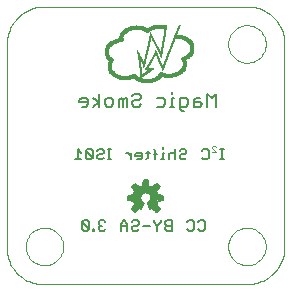
<source format=gbo>
G75*
G70*
%OFA0B0*%
%FSLAX24Y24*%
%IPPOS*%
%LPD*%
%AMOC8*
5,1,8,0,0,1.08239X$1,22.5*
%
%ADD10C,0.0000*%
%ADD11C,0.0080*%
%ADD12C,0.0060*%
%ADD13R,0.0110X0.0005*%
%ADD14R,0.0210X0.0005*%
%ADD15R,0.0280X0.0005*%
%ADD16R,0.0325X0.0005*%
%ADD17R,0.0365X0.0005*%
%ADD18R,0.0410X0.0005*%
%ADD19R,0.0440X0.0005*%
%ADD20R,0.0470X0.0005*%
%ADD21R,0.0505X0.0005*%
%ADD22R,0.0530X0.0005*%
%ADD23R,0.0555X0.0005*%
%ADD24R,0.0580X0.0005*%
%ADD25R,0.0600X0.0005*%
%ADD26R,0.0625X0.0005*%
%ADD27R,0.0645X0.0005*%
%ADD28R,0.0665X0.0005*%
%ADD29R,0.0685X0.0005*%
%ADD30R,0.0705X0.0005*%
%ADD31R,0.0715X0.0005*%
%ADD32R,0.0735X0.0005*%
%ADD33R,0.0755X0.0005*%
%ADD34R,0.0090X0.0005*%
%ADD35R,0.0770X0.0005*%
%ADD36R,0.0190X0.0005*%
%ADD37R,0.0355X0.0005*%
%ADD38R,0.0360X0.0005*%
%ADD39R,0.0260X0.0005*%
%ADD40R,0.0315X0.0005*%
%ADD41R,0.0320X0.0005*%
%ADD42R,0.0295X0.0005*%
%ADD43R,0.0275X0.0005*%
%ADD44R,0.0400X0.0005*%
%ADD45R,0.0265X0.0005*%
%ADD46R,0.0435X0.0005*%
%ADD47R,0.0255X0.0005*%
%ADD48R,0.0465X0.0005*%
%ADD49R,0.0245X0.0005*%
%ADD50R,0.0495X0.0005*%
%ADD51R,0.0235X0.0005*%
%ADD52R,0.0525X0.0005*%
%ADD53R,0.0230X0.0005*%
%ADD54R,0.0240X0.0005*%
%ADD55R,0.0545X0.0005*%
%ADD56R,0.0820X0.0005*%
%ADD57R,0.0220X0.0005*%
%ADD58R,0.0025X0.0005*%
%ADD59R,0.0795X0.0005*%
%ADD60R,0.0215X0.0005*%
%ADD61R,0.0035X0.0005*%
%ADD62R,0.0040X0.0005*%
%ADD63R,0.0800X0.0005*%
%ADD64R,0.0205X0.0005*%
%ADD65R,0.0050X0.0005*%
%ADD66R,0.0805X0.0005*%
%ADD67R,0.0165X0.0005*%
%ADD68R,0.0055X0.0005*%
%ADD69R,0.0200X0.0005*%
%ADD70R,0.0060X0.0005*%
%ADD71R,0.0300X0.0005*%
%ADD72R,0.0195X0.0005*%
%ADD73R,0.0065X0.0005*%
%ADD74R,0.0345X0.0005*%
%ADD75R,0.0070X0.0005*%
%ADD76R,0.0385X0.0005*%
%ADD77R,0.0080X0.0005*%
%ADD78R,0.0425X0.0005*%
%ADD79R,0.0185X0.0005*%
%ADD80R,0.0085X0.0005*%
%ADD81R,0.0635X0.0005*%
%ADD82R,0.0810X0.0005*%
%ADD83R,0.0095X0.0005*%
%ADD84R,0.0335X0.0005*%
%ADD85R,0.0655X0.0005*%
%ADD86R,0.0105X0.0005*%
%ADD87R,0.0290X0.0005*%
%ADD88R,0.0660X0.0005*%
%ADD89R,0.0115X0.0005*%
%ADD90R,0.0285X0.0005*%
%ADD91R,0.0120X0.0005*%
%ADD92R,0.0270X0.0005*%
%ADD93R,0.0675X0.0005*%
%ADD94R,0.0130X0.0005*%
%ADD95R,0.0680X0.0005*%
%ADD96R,0.0135X0.0005*%
%ADD97R,0.0250X0.0005*%
%ADD98R,0.0140X0.0005*%
%ADD99R,0.0180X0.0005*%
%ADD100R,0.0695X0.0005*%
%ADD101R,0.0150X0.0005*%
%ADD102R,0.0160X0.0005*%
%ADD103R,0.0155X0.0005*%
%ADD104R,0.0145X0.0005*%
%ADD105R,0.0700X0.0005*%
%ADD106R,0.0225X0.0005*%
%ADD107R,0.0170X0.0005*%
%ADD108R,0.0100X0.0005*%
%ADD109R,0.0075X0.0005*%
%ADD110R,0.0720X0.0005*%
%ADD111R,0.0725X0.0005*%
%ADD112R,0.0340X0.0005*%
%ADD113R,0.0305X0.0005*%
%ADD114R,0.0175X0.0005*%
%ADD115R,0.0005X0.0005*%
%ADD116R,0.0010X0.0005*%
%ADD117R,0.0015X0.0005*%
%ADD118R,0.0020X0.0005*%
%ADD119R,0.0030X0.0005*%
%ADD120R,0.0125X0.0005*%
%ADD121R,0.0045X0.0005*%
%ADD122R,0.0370X0.0005*%
%ADD123R,0.0375X0.0005*%
%ADD124R,0.0350X0.0005*%
%ADD125R,0.0330X0.0005*%
%ADD126R,0.0485X0.0005*%
%ADD127R,0.0480X0.0005*%
%ADD128R,0.0460X0.0005*%
%ADD129R,0.0445X0.0005*%
%ADD130R,0.0310X0.0005*%
%ADD131R,0.0380X0.0005*%
%ADD132R,0.0415X0.0005*%
%ADD133R,0.0450X0.0005*%
%ADD134R,0.0490X0.0005*%
%ADD135R,0.0965X0.0005*%
%ADD136R,0.0975X0.0005*%
%ADD137R,0.0980X0.0005*%
%ADD138R,0.0990X0.0005*%
%ADD139R,0.1005X0.0005*%
%ADD140R,0.0615X0.0005*%
%ADD141R,0.0640X0.0005*%
%ADD142R,0.0605X0.0005*%
%ADD143R,0.0620X0.0005*%
%ADD144R,0.0590X0.0005*%
%ADD145R,0.0570X0.0005*%
%ADD146R,0.0540X0.0005*%
%ADD147R,0.0515X0.0005*%
%ADD148R,0.0565X0.0005*%
%ADD149R,0.0535X0.0005*%
%ADD150R,0.0395X0.0005*%
%ADD151R,0.0520X0.0005*%
%ADD152R,0.0500X0.0005*%
%ADD153R,0.0430X0.0005*%
%ADD154C,0.0040*%
%ADD155C,0.0059*%
D10*
X000411Y001660D02*
X000409Y001594D01*
X000411Y001528D01*
X000417Y001462D01*
X000426Y001396D01*
X000439Y001331D01*
X000456Y001266D01*
X000476Y001203D01*
X000500Y001141D01*
X000527Y001081D01*
X000558Y001022D01*
X000592Y000964D01*
X000629Y000909D01*
X000669Y000856D01*
X000712Y000806D01*
X000757Y000757D01*
X000806Y000712D01*
X000856Y000669D01*
X000909Y000629D01*
X000964Y000592D01*
X001022Y000558D01*
X001081Y000527D01*
X001141Y000500D01*
X001203Y000476D01*
X001266Y000456D01*
X001331Y000439D01*
X001396Y000426D01*
X001462Y000417D01*
X001528Y000411D01*
X001594Y000409D01*
X001660Y000411D01*
X001660Y000410D02*
X008410Y000410D01*
X008478Y000412D01*
X008545Y000417D01*
X008612Y000426D01*
X008679Y000439D01*
X008744Y000456D01*
X008809Y000475D01*
X008873Y000499D01*
X008935Y000526D01*
X008996Y000556D01*
X009054Y000589D01*
X009111Y000625D01*
X009166Y000665D01*
X009219Y000707D01*
X009270Y000753D01*
X009317Y000800D01*
X009363Y000851D01*
X009405Y000904D01*
X009445Y000959D01*
X009481Y001016D01*
X009514Y001074D01*
X009544Y001135D01*
X009571Y001197D01*
X009595Y001261D01*
X009614Y001326D01*
X009631Y001391D01*
X009644Y001458D01*
X009653Y001525D01*
X009658Y001592D01*
X009660Y001660D01*
X009660Y008410D01*
X009658Y008478D01*
X009653Y008545D01*
X009644Y008612D01*
X009631Y008679D01*
X009614Y008744D01*
X009595Y008809D01*
X009571Y008873D01*
X009544Y008935D01*
X009514Y008996D01*
X009481Y009054D01*
X009445Y009111D01*
X009405Y009166D01*
X009363Y009219D01*
X009317Y009270D01*
X009270Y009317D01*
X009219Y009363D01*
X009166Y009405D01*
X009111Y009445D01*
X009054Y009481D01*
X008996Y009514D01*
X008935Y009544D01*
X008873Y009571D01*
X008809Y009595D01*
X008744Y009614D01*
X008679Y009631D01*
X008612Y009644D01*
X008545Y009653D01*
X008478Y009658D01*
X008410Y009660D01*
X001660Y009660D01*
X001592Y009658D01*
X001525Y009653D01*
X001458Y009644D01*
X001391Y009631D01*
X001326Y009614D01*
X001261Y009595D01*
X001197Y009571D01*
X001135Y009544D01*
X001074Y009514D01*
X001016Y009481D01*
X000959Y009445D01*
X000904Y009405D01*
X000851Y009363D01*
X000800Y009317D01*
X000753Y009270D01*
X000707Y009219D01*
X000665Y009166D01*
X000625Y009111D01*
X000589Y009054D01*
X000556Y008996D01*
X000526Y008935D01*
X000499Y008873D01*
X000475Y008809D01*
X000456Y008744D01*
X000439Y008679D01*
X000426Y008612D01*
X000417Y008545D01*
X000412Y008478D01*
X000410Y008410D01*
X000410Y001660D01*
X001035Y001660D02*
X001037Y001710D01*
X001043Y001759D01*
X001053Y001808D01*
X001066Y001855D01*
X001084Y001902D01*
X001105Y001947D01*
X001129Y001990D01*
X001157Y002031D01*
X001188Y002070D01*
X001222Y002106D01*
X001259Y002140D01*
X001299Y002170D01*
X001340Y002197D01*
X001384Y002221D01*
X001429Y002241D01*
X001476Y002257D01*
X001524Y002270D01*
X001573Y002279D01*
X001623Y002284D01*
X001672Y002285D01*
X001722Y002282D01*
X001771Y002275D01*
X001820Y002264D01*
X001867Y002250D01*
X001913Y002231D01*
X001958Y002209D01*
X002001Y002184D01*
X002041Y002155D01*
X002079Y002123D01*
X002115Y002089D01*
X002148Y002051D01*
X002177Y002011D01*
X002203Y001969D01*
X002226Y001925D01*
X002245Y001879D01*
X002261Y001832D01*
X002273Y001783D01*
X002281Y001734D01*
X002285Y001685D01*
X002285Y001635D01*
X002281Y001586D01*
X002273Y001537D01*
X002261Y001488D01*
X002245Y001441D01*
X002226Y001395D01*
X002203Y001351D01*
X002177Y001309D01*
X002148Y001269D01*
X002115Y001231D01*
X002079Y001197D01*
X002041Y001165D01*
X002001Y001136D01*
X001958Y001111D01*
X001913Y001089D01*
X001867Y001070D01*
X001820Y001056D01*
X001771Y001045D01*
X001722Y001038D01*
X001672Y001035D01*
X001623Y001036D01*
X001573Y001041D01*
X001524Y001050D01*
X001476Y001063D01*
X001429Y001079D01*
X001384Y001099D01*
X001340Y001123D01*
X001299Y001150D01*
X001259Y001180D01*
X001222Y001214D01*
X001188Y001250D01*
X001157Y001289D01*
X001129Y001330D01*
X001105Y001373D01*
X001084Y001418D01*
X001066Y001465D01*
X001053Y001512D01*
X001043Y001561D01*
X001037Y001610D01*
X001035Y001660D01*
X007785Y001660D02*
X007787Y001710D01*
X007793Y001759D01*
X007803Y001808D01*
X007816Y001855D01*
X007834Y001902D01*
X007855Y001947D01*
X007879Y001990D01*
X007907Y002031D01*
X007938Y002070D01*
X007972Y002106D01*
X008009Y002140D01*
X008049Y002170D01*
X008090Y002197D01*
X008134Y002221D01*
X008179Y002241D01*
X008226Y002257D01*
X008274Y002270D01*
X008323Y002279D01*
X008373Y002284D01*
X008422Y002285D01*
X008472Y002282D01*
X008521Y002275D01*
X008570Y002264D01*
X008617Y002250D01*
X008663Y002231D01*
X008708Y002209D01*
X008751Y002184D01*
X008791Y002155D01*
X008829Y002123D01*
X008865Y002089D01*
X008898Y002051D01*
X008927Y002011D01*
X008953Y001969D01*
X008976Y001925D01*
X008995Y001879D01*
X009011Y001832D01*
X009023Y001783D01*
X009031Y001734D01*
X009035Y001685D01*
X009035Y001635D01*
X009031Y001586D01*
X009023Y001537D01*
X009011Y001488D01*
X008995Y001441D01*
X008976Y001395D01*
X008953Y001351D01*
X008927Y001309D01*
X008898Y001269D01*
X008865Y001231D01*
X008829Y001197D01*
X008791Y001165D01*
X008751Y001136D01*
X008708Y001111D01*
X008663Y001089D01*
X008617Y001070D01*
X008570Y001056D01*
X008521Y001045D01*
X008472Y001038D01*
X008422Y001035D01*
X008373Y001036D01*
X008323Y001041D01*
X008274Y001050D01*
X008226Y001063D01*
X008179Y001079D01*
X008134Y001099D01*
X008090Y001123D01*
X008049Y001150D01*
X008009Y001180D01*
X007972Y001214D01*
X007938Y001250D01*
X007907Y001289D01*
X007879Y001330D01*
X007855Y001373D01*
X007834Y001418D01*
X007816Y001465D01*
X007803Y001512D01*
X007793Y001561D01*
X007787Y001610D01*
X007785Y001660D01*
X007785Y008410D02*
X007787Y008460D01*
X007793Y008509D01*
X007803Y008558D01*
X007816Y008605D01*
X007834Y008652D01*
X007855Y008697D01*
X007879Y008740D01*
X007907Y008781D01*
X007938Y008820D01*
X007972Y008856D01*
X008009Y008890D01*
X008049Y008920D01*
X008090Y008947D01*
X008134Y008971D01*
X008179Y008991D01*
X008226Y009007D01*
X008274Y009020D01*
X008323Y009029D01*
X008373Y009034D01*
X008422Y009035D01*
X008472Y009032D01*
X008521Y009025D01*
X008570Y009014D01*
X008617Y009000D01*
X008663Y008981D01*
X008708Y008959D01*
X008751Y008934D01*
X008791Y008905D01*
X008829Y008873D01*
X008865Y008839D01*
X008898Y008801D01*
X008927Y008761D01*
X008953Y008719D01*
X008976Y008675D01*
X008995Y008629D01*
X009011Y008582D01*
X009023Y008533D01*
X009031Y008484D01*
X009035Y008435D01*
X009035Y008385D01*
X009031Y008336D01*
X009023Y008287D01*
X009011Y008238D01*
X008995Y008191D01*
X008976Y008145D01*
X008953Y008101D01*
X008927Y008059D01*
X008898Y008019D01*
X008865Y007981D01*
X008829Y007947D01*
X008791Y007915D01*
X008751Y007886D01*
X008708Y007861D01*
X008663Y007839D01*
X008617Y007820D01*
X008570Y007806D01*
X008521Y007795D01*
X008472Y007788D01*
X008422Y007785D01*
X008373Y007786D01*
X008323Y007791D01*
X008274Y007800D01*
X008226Y007813D01*
X008179Y007829D01*
X008134Y007849D01*
X008090Y007873D01*
X008049Y007900D01*
X008009Y007930D01*
X007972Y007964D01*
X007938Y008000D01*
X007907Y008039D01*
X007879Y008080D01*
X007855Y008123D01*
X007834Y008168D01*
X007816Y008215D01*
X007803Y008262D01*
X007793Y008311D01*
X007787Y008360D01*
X007785Y008410D01*
D11*
X007370Y006745D02*
X007230Y006605D01*
X007090Y006745D01*
X007090Y006325D01*
X006910Y006395D02*
X006840Y006465D01*
X006629Y006465D01*
X006629Y006535D02*
X006629Y006325D01*
X006840Y006325D01*
X006910Y006395D01*
X006840Y006605D02*
X006699Y006605D01*
X006629Y006535D01*
X006449Y006535D02*
X006449Y006395D01*
X006379Y006325D01*
X006169Y006325D01*
X006169Y006255D02*
X006169Y006605D01*
X006379Y006605D01*
X006449Y006535D01*
X006309Y006185D02*
X006239Y006185D01*
X006169Y006255D01*
X005989Y006325D02*
X005849Y006325D01*
X005919Y006325D02*
X005919Y006605D01*
X005989Y006605D01*
X005919Y006745D02*
X005919Y006815D01*
X005682Y006535D02*
X005682Y006395D01*
X005612Y006325D01*
X005402Y006325D01*
X005402Y006605D02*
X005612Y006605D01*
X005682Y006535D01*
X004870Y006605D02*
X004800Y006535D01*
X004660Y006535D01*
X004590Y006465D01*
X004590Y006395D01*
X004660Y006325D01*
X004800Y006325D01*
X004870Y006395D01*
X004870Y006605D02*
X004870Y006675D01*
X004800Y006745D01*
X004660Y006745D01*
X004590Y006675D01*
X004410Y006605D02*
X004340Y006605D01*
X004269Y006535D01*
X004199Y006605D01*
X004129Y006535D01*
X004129Y006325D01*
X004269Y006325D02*
X004269Y006535D01*
X004410Y006605D02*
X004410Y006325D01*
X003949Y006395D02*
X003879Y006325D01*
X003739Y006325D01*
X003669Y006395D01*
X003669Y006535D01*
X003739Y006605D01*
X003879Y006605D01*
X003949Y006535D01*
X003949Y006395D01*
X003489Y006325D02*
X003489Y006745D01*
X003279Y006605D02*
X003489Y006465D01*
X003279Y006325D01*
X003105Y006395D02*
X003105Y006535D01*
X003035Y006605D01*
X002895Y006605D01*
X002825Y006535D01*
X002825Y006465D01*
X003105Y006465D01*
X003105Y006395D02*
X003035Y006325D01*
X002895Y006325D01*
X007370Y006325D02*
X007370Y006745D01*
D12*
X007517Y004905D02*
X007630Y004905D01*
X007573Y004905D02*
X007573Y004565D01*
X007517Y004565D02*
X007630Y004565D01*
X007130Y004622D02*
X007073Y004565D01*
X006960Y004565D01*
X006903Y004622D01*
X007130Y004622D02*
X007130Y004849D01*
X007073Y004905D01*
X006960Y004905D01*
X006903Y004849D01*
X006393Y004849D02*
X006393Y004792D01*
X006337Y004735D01*
X006223Y004735D01*
X006167Y004678D01*
X006167Y004622D01*
X006223Y004565D01*
X006337Y004565D01*
X006393Y004622D01*
X006393Y004849D02*
X006337Y004905D01*
X006223Y004905D01*
X006167Y004849D01*
X006025Y004905D02*
X006025Y004565D01*
X006025Y004735D02*
X005968Y004792D01*
X005855Y004792D01*
X005798Y004735D01*
X005798Y004565D01*
X005657Y004565D02*
X005543Y004565D01*
X005600Y004565D02*
X005600Y004792D01*
X005657Y004792D01*
X005600Y004905D02*
X005600Y004962D01*
X005354Y004849D02*
X005298Y004905D01*
X005354Y004849D02*
X005354Y004565D01*
X005298Y004735D02*
X005411Y004735D01*
X005166Y004792D02*
X005052Y004792D01*
X005109Y004849D02*
X005109Y004622D01*
X005052Y004565D01*
X004920Y004622D02*
X004920Y004735D01*
X004863Y004792D01*
X004750Y004792D01*
X004693Y004735D01*
X004693Y004678D01*
X004920Y004678D01*
X004920Y004622D02*
X004863Y004565D01*
X004750Y004565D01*
X004552Y004565D02*
X004552Y004792D01*
X004552Y004678D02*
X004438Y004792D01*
X004382Y004792D01*
X003877Y004905D02*
X003763Y004905D01*
X003820Y004905D02*
X003820Y004565D01*
X003877Y004565D02*
X003763Y004565D01*
X003631Y004622D02*
X003574Y004565D01*
X003461Y004565D01*
X003404Y004622D01*
X003404Y004678D01*
X003461Y004735D01*
X003574Y004735D01*
X003631Y004792D01*
X003631Y004849D01*
X003574Y004905D01*
X003461Y004905D01*
X003404Y004849D01*
X003263Y004849D02*
X003206Y004905D01*
X003093Y004905D01*
X003036Y004849D01*
X003263Y004622D01*
X003206Y004565D01*
X003093Y004565D01*
X003036Y004622D01*
X003036Y004849D01*
X002894Y004792D02*
X002781Y004905D01*
X002781Y004565D01*
X002894Y004565D02*
X002668Y004565D01*
X003263Y004622D02*
X003263Y004849D01*
X003081Y002530D02*
X002968Y002530D01*
X002911Y002474D01*
X003138Y002247D01*
X003081Y002190D01*
X002968Y002190D01*
X002911Y002247D01*
X002911Y002474D01*
X003081Y002530D02*
X003138Y002474D01*
X003138Y002247D01*
X003265Y002247D02*
X003265Y002190D01*
X003322Y002190D01*
X003322Y002247D01*
X003265Y002247D01*
X003463Y002247D02*
X003520Y002190D01*
X003633Y002190D01*
X003690Y002247D01*
X003577Y002360D02*
X003520Y002360D01*
X003463Y002303D01*
X003463Y002247D01*
X003520Y002360D02*
X003463Y002417D01*
X003463Y002474D01*
X003520Y002530D01*
X003633Y002530D01*
X003690Y002474D01*
X004200Y002417D02*
X004200Y002190D01*
X004200Y002360D02*
X004427Y002360D01*
X004427Y002417D02*
X004313Y002530D01*
X004200Y002417D01*
X004427Y002417D02*
X004427Y002190D01*
X004568Y002247D02*
X004625Y002190D01*
X004738Y002190D01*
X004795Y002247D01*
X004738Y002360D02*
X004625Y002360D01*
X004568Y002303D01*
X004568Y002247D01*
X004738Y002360D02*
X004795Y002417D01*
X004795Y002474D01*
X004738Y002530D01*
X004625Y002530D01*
X004568Y002474D01*
X004937Y002360D02*
X005163Y002360D01*
X005305Y002474D02*
X005305Y002530D01*
X005305Y002474D02*
X005418Y002360D01*
X005418Y002190D01*
X005418Y002360D02*
X005532Y002474D01*
X005532Y002530D01*
X005673Y002474D02*
X005673Y002417D01*
X005730Y002360D01*
X005900Y002360D01*
X005900Y002190D02*
X005730Y002190D01*
X005673Y002247D01*
X005673Y002303D01*
X005730Y002360D01*
X005673Y002474D02*
X005730Y002530D01*
X005900Y002530D01*
X005900Y002190D01*
X006410Y002247D02*
X006467Y002190D01*
X006580Y002190D01*
X006637Y002247D01*
X006637Y002474D01*
X006580Y002530D01*
X006467Y002530D01*
X006410Y002474D01*
X006778Y002474D02*
X006835Y002530D01*
X006948Y002530D01*
X007005Y002474D01*
X007005Y002247D01*
X006948Y002190D01*
X006835Y002190D01*
X006778Y002247D01*
D13*
X005091Y007101D03*
X004986Y007376D03*
X005001Y007386D03*
X005006Y007391D03*
X005011Y007396D03*
X005026Y007406D03*
X005071Y007436D03*
X005086Y007446D03*
X005091Y007451D03*
X005106Y007461D03*
X005121Y007471D03*
X005126Y007476D03*
X005136Y007481D03*
X005141Y007486D03*
X005146Y007491D03*
X005156Y007496D03*
X005161Y007501D03*
X005171Y007506D03*
X005176Y007511D03*
X005191Y007521D03*
X004971Y007751D03*
X004851Y007906D03*
X004851Y007911D03*
X004846Y007916D03*
X004846Y007921D03*
X005376Y008061D03*
X005376Y008066D03*
X005536Y008086D03*
X005536Y008091D03*
X005596Y007616D03*
X005566Y007421D03*
X005221Y008626D03*
X005221Y008631D03*
D14*
X005091Y008826D03*
X005501Y009021D03*
X006441Y008516D03*
X006441Y007976D03*
X006436Y007971D03*
X006181Y007451D03*
X005451Y007271D03*
X005091Y007106D03*
X003986Y007376D03*
X003901Y008406D03*
X004186Y008556D03*
D15*
X004151Y008536D03*
X005501Y009016D03*
X006346Y008566D03*
X005091Y007111D03*
X004816Y007226D03*
D16*
X005089Y007116D03*
X004119Y007316D03*
X005079Y008856D03*
X005499Y009011D03*
D17*
X004094Y008491D03*
X005089Y007121D03*
D18*
X005091Y007126D03*
X006186Y008621D03*
D19*
X006196Y008611D03*
X005091Y007131D03*
D20*
X005091Y007136D03*
X006206Y008596D03*
D21*
X005489Y008981D03*
X005089Y007141D03*
D22*
X005091Y007146D03*
D23*
X005089Y007151D03*
X005464Y008961D03*
D24*
X005446Y008946D03*
X005091Y007156D03*
D25*
X005091Y007161D03*
X005436Y008936D03*
D26*
X005089Y007166D03*
D27*
X005089Y007171D03*
X005734Y007316D03*
D28*
X005764Y007331D03*
X005089Y007176D03*
D29*
X005089Y007181D03*
X005789Y007346D03*
D30*
X005819Y007366D03*
X005089Y007186D03*
D31*
X005089Y007191D03*
X005824Y007371D03*
X005829Y007376D03*
D32*
X005089Y007196D03*
D33*
X005089Y007201D03*
D34*
X004906Y007311D03*
X004971Y007726D03*
X004836Y007956D03*
X004831Y007966D03*
X004831Y007971D03*
X005376Y008086D03*
X005541Y008061D03*
X005596Y007591D03*
X005561Y007426D03*
X004356Y007201D03*
X005216Y008656D03*
D35*
X005091Y007206D03*
D36*
X005171Y007536D03*
X004356Y007206D03*
X003881Y007861D03*
X003876Y007866D03*
X003871Y007876D03*
X003866Y007881D03*
X003861Y007886D03*
X003856Y007891D03*
X003851Y008366D03*
X003856Y008371D03*
X003861Y008376D03*
X004196Y008561D03*
X004321Y008781D03*
X004326Y008786D03*
X004331Y008791D03*
X006221Y007481D03*
X006226Y007486D03*
X006311Y007876D03*
X006471Y008001D03*
X006476Y008006D03*
X006476Y008486D03*
X006471Y008491D03*
D37*
X005304Y007211D03*
X004354Y007221D03*
X004109Y008501D03*
D38*
X004101Y008496D03*
X004051Y008466D03*
X005286Y008916D03*
X006166Y008641D03*
X006286Y008581D03*
X004876Y007211D03*
D39*
X004356Y007211D03*
X004056Y007336D03*
X004161Y008541D03*
X004441Y008861D03*
X005086Y008841D03*
X006111Y007411D03*
D40*
X005334Y007216D03*
X004844Y007216D03*
X005254Y008911D03*
D41*
X006311Y008576D03*
X004356Y007216D03*
X004021Y008461D03*
X004131Y008521D03*
D42*
X004144Y008531D03*
X004004Y008456D03*
X004829Y007221D03*
X005349Y007221D03*
X006329Y008571D03*
D43*
X006134Y008666D03*
X005164Y007561D03*
X005364Y007226D03*
X005619Y007391D03*
X006094Y007406D03*
D44*
X006181Y008626D03*
X004356Y007226D03*
D45*
X004619Y007326D03*
X004799Y007231D03*
X005154Y007551D03*
X005379Y007231D03*
X006359Y008561D03*
X003974Y008446D03*
D46*
X004354Y007231D03*
D47*
X004789Y007236D03*
X005154Y007546D03*
X005389Y007236D03*
X006119Y007416D03*
X006369Y008556D03*
X003964Y008441D03*
D48*
X004354Y007236D03*
X005514Y008996D03*
D49*
X004419Y008851D03*
X003954Y008436D03*
X004779Y007241D03*
X005399Y007241D03*
X006129Y007421D03*
X006344Y007911D03*
X006349Y007916D03*
X006384Y007941D03*
D50*
X004354Y007241D03*
D51*
X004769Y007246D03*
X005409Y007246D03*
X005814Y007286D03*
X006149Y007431D03*
X006334Y007901D03*
X006339Y007906D03*
X006399Y008541D03*
X004409Y008846D03*
X003934Y008426D03*
D52*
X004354Y007246D03*
D53*
X004026Y007351D03*
X004016Y007356D03*
X003926Y008421D03*
X004176Y008551D03*
X004401Y008841D03*
X005416Y007251D03*
X005426Y007256D03*
X006401Y007951D03*
X006411Y007956D03*
X006411Y008536D03*
D54*
X006391Y008546D03*
X006391Y007946D03*
X006141Y007426D03*
X005151Y007566D03*
X004761Y007251D03*
X004626Y007331D03*
X004036Y007346D03*
X003941Y008431D03*
X005086Y008836D03*
D55*
X005469Y008966D03*
X004354Y007251D03*
D56*
X004476Y007256D03*
D57*
X004001Y007366D03*
X003916Y008416D03*
X004386Y008831D03*
X004391Y008836D03*
X005436Y007261D03*
X006166Y007441D03*
X006426Y008526D03*
D58*
X005559Y007976D03*
X005559Y007971D03*
X005384Y008151D03*
X004984Y007626D03*
X004984Y007621D03*
X004879Y007261D03*
X005604Y007521D03*
X004784Y008121D03*
X004784Y008126D03*
X005204Y008741D03*
X005204Y008746D03*
D59*
X004454Y007261D03*
X004444Y007266D03*
D60*
X004634Y007336D03*
X005139Y007571D03*
X005444Y007266D03*
X006174Y007446D03*
X006324Y007891D03*
X006429Y007966D03*
X006434Y008521D03*
X004379Y008826D03*
X003909Y008411D03*
X003994Y007371D03*
D61*
X004794Y008091D03*
X004789Y008101D03*
X004789Y008106D03*
X005384Y008141D03*
X005384Y008146D03*
X005559Y007986D03*
X005559Y007436D03*
X004884Y007266D03*
X005209Y008726D03*
D62*
X005206Y008721D03*
X005381Y008136D03*
X005556Y007996D03*
X005556Y007991D03*
X005601Y007541D03*
X005601Y007536D03*
X004981Y007646D03*
X004981Y007651D03*
X004886Y007271D03*
X004656Y007381D03*
X004796Y008081D03*
X004796Y008086D03*
X004791Y008096D03*
D63*
X004406Y007286D03*
X004416Y007281D03*
X004436Y007271D03*
D64*
X003979Y007381D03*
X003974Y007386D03*
X003894Y008401D03*
X004364Y008816D03*
X004369Y008821D03*
X005464Y007281D03*
X005459Y007276D03*
X006189Y007456D03*
X006319Y007886D03*
X006449Y007981D03*
X006449Y008511D03*
D65*
X005551Y008011D03*
X005381Y008126D03*
X005601Y007556D03*
X005601Y007551D03*
X005601Y007546D03*
X004886Y007276D03*
X004801Y008061D03*
X004801Y008066D03*
X005211Y008706D03*
D66*
X004384Y007301D03*
X004389Y007296D03*
X004399Y007291D03*
X004424Y007276D03*
X004374Y007306D03*
D67*
X003894Y007466D03*
X003889Y007471D03*
X003889Y007476D03*
X003884Y007481D03*
X003879Y007806D03*
X003884Y007816D03*
X003889Y007821D03*
X003889Y007826D03*
X003894Y007836D03*
X003894Y007841D03*
X003794Y007961D03*
X003789Y007966D03*
X003784Y007976D03*
X003789Y008291D03*
X003794Y008301D03*
X003799Y008306D03*
X004209Y008566D03*
X004264Y008711D03*
X004269Y008716D03*
X004269Y008721D03*
X004274Y008726D03*
X004279Y008731D03*
X004939Y007361D03*
X005814Y007281D03*
X006279Y007546D03*
X006284Y007551D03*
X006284Y007556D03*
X006289Y007561D03*
X006294Y007571D03*
X006304Y007866D03*
X006529Y008061D03*
X006534Y008071D03*
X006539Y008076D03*
X006544Y008081D03*
X006549Y008091D03*
X006549Y008401D03*
X006544Y008411D03*
X006539Y008416D03*
X006534Y008421D03*
X006529Y008431D03*
D68*
X005669Y008711D03*
X005674Y008741D03*
X005679Y008771D03*
X005684Y008801D03*
X005689Y008826D03*
X005689Y008831D03*
X005694Y008856D03*
X005694Y008861D03*
X005699Y008886D03*
X005699Y008891D03*
X005719Y009011D03*
X005719Y009016D03*
X005209Y008701D03*
X005379Y008121D03*
X005554Y008016D03*
X004979Y007671D03*
X004979Y007666D03*
X004809Y008041D03*
X004809Y008046D03*
X004804Y008051D03*
X004804Y008056D03*
X004889Y007281D03*
D69*
X004636Y007341D03*
X003966Y007391D03*
X003881Y008391D03*
X003886Y008396D03*
X004356Y008811D03*
X005631Y008916D03*
X006101Y008681D03*
X006456Y008506D03*
X006461Y008501D03*
X006461Y007991D03*
X006456Y007986D03*
X006316Y007881D03*
X006201Y007466D03*
X006196Y007461D03*
X005591Y007401D03*
X005471Y007286D03*
D70*
X005601Y007561D03*
X005601Y007566D03*
X005641Y007671D03*
X005651Y007696D03*
X005661Y007721D03*
X005671Y007746D03*
X005696Y007811D03*
X005706Y007836D03*
X005716Y007861D03*
X005726Y007886D03*
X005751Y007951D03*
X005761Y007976D03*
X005771Y008001D03*
X005781Y008026D03*
X005806Y008091D03*
X005816Y008116D03*
X005826Y008141D03*
X005836Y008166D03*
X005871Y008256D03*
X005881Y008281D03*
X005891Y008306D03*
X005901Y008331D03*
X005926Y008396D03*
X005936Y008421D03*
X005946Y008446D03*
X005956Y008471D03*
X005966Y008496D03*
X005976Y008521D03*
X005981Y008536D03*
X005991Y008561D03*
X005656Y008626D03*
X005656Y008631D03*
X005656Y008636D03*
X005656Y008641D03*
X005656Y008646D03*
X005656Y008651D03*
X005661Y008656D03*
X005661Y008661D03*
X005661Y008666D03*
X005661Y008671D03*
X005661Y008676D03*
X005661Y008681D03*
X005666Y008686D03*
X005666Y008691D03*
X005666Y008696D03*
X005666Y008701D03*
X005666Y008706D03*
X005671Y008716D03*
X005671Y008721D03*
X005671Y008726D03*
X005671Y008731D03*
X005671Y008736D03*
X005676Y008746D03*
X005676Y008751D03*
X005676Y008756D03*
X005676Y008761D03*
X005676Y008766D03*
X005681Y008776D03*
X005681Y008781D03*
X005681Y008786D03*
X005681Y008791D03*
X005681Y008796D03*
X005686Y008806D03*
X005686Y008811D03*
X005686Y008816D03*
X005686Y008821D03*
X005691Y008836D03*
X005691Y008841D03*
X005691Y008846D03*
X005691Y008851D03*
X005696Y008866D03*
X005696Y008871D03*
X005696Y008876D03*
X005696Y008881D03*
X005721Y009021D03*
X005721Y009026D03*
X005651Y008621D03*
X005651Y008616D03*
X005651Y008611D03*
X005651Y008606D03*
X005651Y008601D03*
X005651Y008596D03*
X005646Y008586D03*
X005646Y008581D03*
X005646Y008576D03*
X005646Y008571D03*
X005646Y008566D03*
X005641Y008556D03*
X005641Y008551D03*
X005641Y008546D03*
X005641Y008541D03*
X005636Y008531D03*
X005636Y008526D03*
X005636Y008521D03*
X005636Y008516D03*
X005636Y008511D03*
X005631Y008501D03*
X005631Y008496D03*
X005631Y008491D03*
X005631Y008486D03*
X005631Y008481D03*
X005626Y008471D03*
X005626Y008466D03*
X005626Y008461D03*
X005626Y008456D03*
X005626Y008451D03*
X005621Y008441D03*
X005621Y008436D03*
X005621Y008431D03*
X005621Y008426D03*
X005616Y008416D03*
X005616Y008411D03*
X005616Y008406D03*
X005616Y008401D03*
X005616Y008396D03*
X005611Y008386D03*
X005611Y008381D03*
X005611Y008376D03*
X005611Y008371D03*
X005611Y008366D03*
X005606Y008356D03*
X005606Y008351D03*
X005606Y008346D03*
X005606Y008341D03*
X005606Y008336D03*
X005601Y008326D03*
X005601Y008321D03*
X005601Y008316D03*
X005601Y008311D03*
X005601Y008306D03*
X005596Y008296D03*
X005596Y008291D03*
X005596Y008286D03*
X005596Y008281D03*
X005591Y008271D03*
X005591Y008266D03*
X005591Y008261D03*
X005591Y008256D03*
X005591Y008251D03*
X005586Y008241D03*
X005586Y008236D03*
X005586Y008231D03*
X005586Y008226D03*
X005586Y008221D03*
X005581Y008211D03*
X005581Y008206D03*
X005581Y008201D03*
X005581Y008196D03*
X005581Y008191D03*
X005576Y008181D03*
X005576Y008176D03*
X005576Y008171D03*
X005576Y008166D03*
X005571Y008156D03*
X005571Y008151D03*
X005571Y008146D03*
X005571Y008141D03*
X005571Y008136D03*
X005551Y008021D03*
X005441Y007956D03*
X005451Y007931D03*
X005431Y007981D03*
X005421Y008006D03*
X005381Y008116D03*
X005096Y008191D03*
X005091Y008171D03*
X005086Y008151D03*
X005081Y008126D03*
X005076Y008106D03*
X005071Y008086D03*
X005066Y008061D03*
X005061Y008041D03*
X005056Y008021D03*
X005051Y007996D03*
X005046Y007976D03*
X005041Y007956D03*
X005036Y007931D03*
X005031Y007911D03*
X005026Y007891D03*
X005021Y007866D03*
X005016Y007851D03*
X005016Y007846D03*
X005011Y007836D03*
X005011Y007831D03*
X005011Y007826D03*
X005006Y007811D03*
X005006Y007806D03*
X005006Y007801D03*
X005001Y007791D03*
X005001Y007786D03*
X004976Y007681D03*
X004976Y007676D03*
X004856Y007641D03*
X004856Y007636D03*
X004856Y007631D03*
X004856Y007626D03*
X004861Y007616D03*
X004861Y007611D03*
X004861Y007606D03*
X004861Y007601D03*
X004861Y007596D03*
X004861Y007591D03*
X004861Y007586D03*
X004861Y007581D03*
X004861Y007576D03*
X004866Y007571D03*
X004866Y007566D03*
X004866Y007561D03*
X004866Y007556D03*
X004866Y007551D03*
X004866Y007546D03*
X004866Y007541D03*
X004866Y007536D03*
X004866Y007531D03*
X004866Y007526D03*
X004871Y007521D03*
X004871Y007516D03*
X004871Y007511D03*
X004871Y007506D03*
X004871Y007501D03*
X004871Y007496D03*
X004871Y007491D03*
X004871Y007486D03*
X004871Y007481D03*
X004871Y007476D03*
X004876Y007471D03*
X004876Y007466D03*
X004876Y007461D03*
X004876Y007456D03*
X004876Y007451D03*
X004876Y007446D03*
X004876Y007441D03*
X004876Y007436D03*
X004876Y007431D03*
X004876Y007426D03*
X004881Y007421D03*
X004881Y007416D03*
X004881Y007411D03*
X004881Y007406D03*
X004881Y007401D03*
X004881Y007396D03*
X004881Y007391D03*
X004881Y007386D03*
X004881Y007381D03*
X004881Y007376D03*
X004886Y007371D03*
X004891Y007286D03*
X004851Y007676D03*
X004851Y007681D03*
X004851Y007686D03*
X004846Y007726D03*
X004846Y007731D03*
X004841Y007756D03*
X004841Y007761D03*
X004841Y007766D03*
X004841Y007771D03*
X004841Y007776D03*
X004836Y007786D03*
X004836Y007791D03*
X004836Y007796D03*
X004836Y007801D03*
X004836Y007806D03*
X004836Y007811D03*
X004836Y007816D03*
X004836Y007821D03*
X004831Y007831D03*
X004831Y007836D03*
X004831Y007841D03*
X004831Y007846D03*
X004831Y007851D03*
X004831Y007856D03*
X004811Y008031D03*
X004811Y008036D03*
X005101Y008216D03*
X005106Y008236D03*
X005111Y008256D03*
X005116Y008281D03*
X005121Y008301D03*
X005126Y008321D03*
X005131Y008346D03*
X005136Y008366D03*
X005141Y008386D03*
X005146Y008411D03*
X005151Y008431D03*
X005156Y008451D03*
X005161Y008476D03*
X005166Y008496D03*
X005171Y008516D03*
X005176Y008536D03*
X005176Y008541D03*
X005181Y008561D03*
X005186Y008581D03*
X005211Y008691D03*
X005211Y008696D03*
D71*
X005081Y008851D03*
X004736Y008981D03*
X004096Y007321D03*
X005816Y007291D03*
D72*
X005489Y007301D03*
X005484Y007296D03*
X005479Y007291D03*
X006209Y007471D03*
X006214Y007476D03*
X006469Y007996D03*
X006464Y008496D03*
X004349Y008806D03*
X004344Y008801D03*
X004339Y008796D03*
X003874Y008386D03*
X003869Y008381D03*
X003949Y007406D03*
X003954Y007401D03*
X003959Y007396D03*
D73*
X004814Y008021D03*
X004814Y008026D03*
X004899Y007856D03*
X004904Y007846D03*
X004909Y007836D03*
X004914Y007826D03*
X004919Y007816D03*
X004924Y007806D03*
X004929Y007796D03*
X004934Y007786D03*
X005004Y007796D03*
X005009Y007816D03*
X005009Y007821D03*
X005014Y007841D03*
X005019Y007856D03*
X005019Y007861D03*
X005024Y007871D03*
X005024Y007876D03*
X005024Y007881D03*
X005024Y007886D03*
X005029Y007896D03*
X005029Y007901D03*
X005029Y007906D03*
X005034Y007916D03*
X005034Y007921D03*
X005034Y007926D03*
X005039Y007936D03*
X005039Y007941D03*
X005039Y007946D03*
X005039Y007951D03*
X005044Y007961D03*
X005044Y007966D03*
X005044Y007971D03*
X005049Y007981D03*
X005049Y007986D03*
X005049Y007991D03*
X005054Y008001D03*
X005054Y008006D03*
X005054Y008011D03*
X005054Y008016D03*
X005059Y008026D03*
X005059Y008031D03*
X005059Y008036D03*
X005064Y008046D03*
X005064Y008051D03*
X005064Y008056D03*
X005069Y008066D03*
X005069Y008071D03*
X005069Y008076D03*
X005069Y008081D03*
X005074Y008091D03*
X005074Y008096D03*
X005074Y008101D03*
X005079Y008111D03*
X005079Y008116D03*
X005079Y008121D03*
X005084Y008131D03*
X005084Y008136D03*
X005084Y008141D03*
X005084Y008146D03*
X005089Y008156D03*
X005089Y008161D03*
X005089Y008166D03*
X005094Y008176D03*
X005094Y008181D03*
X005094Y008186D03*
X005099Y008196D03*
X005099Y008201D03*
X005099Y008206D03*
X005099Y008211D03*
X005104Y008221D03*
X005104Y008226D03*
X005104Y008231D03*
X005109Y008241D03*
X005109Y008246D03*
X005109Y008251D03*
X005114Y008261D03*
X005114Y008266D03*
X005114Y008271D03*
X005114Y008276D03*
X005119Y008286D03*
X005119Y008291D03*
X005119Y008296D03*
X005124Y008306D03*
X005124Y008311D03*
X005124Y008316D03*
X005129Y008326D03*
X005129Y008331D03*
X005129Y008336D03*
X005129Y008341D03*
X005134Y008351D03*
X005134Y008356D03*
X005134Y008361D03*
X005139Y008371D03*
X005139Y008376D03*
X005139Y008381D03*
X005144Y008391D03*
X005144Y008396D03*
X005144Y008401D03*
X005144Y008406D03*
X005149Y008416D03*
X005149Y008421D03*
X005149Y008426D03*
X005154Y008436D03*
X005154Y008441D03*
X005154Y008446D03*
X005159Y008456D03*
X005159Y008461D03*
X005159Y008466D03*
X005159Y008471D03*
X005164Y008481D03*
X005164Y008486D03*
X005164Y008491D03*
X005169Y008501D03*
X005169Y008506D03*
X005169Y008511D03*
X005174Y008521D03*
X005174Y008526D03*
X005174Y008531D03*
X005179Y008546D03*
X005179Y008551D03*
X005179Y008556D03*
X005184Y008566D03*
X005184Y008571D03*
X005184Y008576D03*
X005189Y008586D03*
X005189Y008591D03*
X005189Y008596D03*
X005259Y008596D03*
X005264Y008586D03*
X005269Y008576D03*
X005274Y008566D03*
X005279Y008556D03*
X005284Y008546D03*
X005289Y008536D03*
X005294Y008526D03*
X005299Y008516D03*
X005304Y008506D03*
X005309Y008496D03*
X005314Y008486D03*
X005319Y008476D03*
X005324Y008466D03*
X005329Y008456D03*
X005334Y008446D03*
X005339Y008436D03*
X005344Y008426D03*
X005349Y008416D03*
X005354Y008406D03*
X005359Y008396D03*
X005364Y008391D03*
X005364Y008386D03*
X005369Y008381D03*
X005369Y008376D03*
X005374Y008371D03*
X005374Y008366D03*
X005379Y008361D03*
X005379Y008356D03*
X005384Y008351D03*
X005389Y008341D03*
X005394Y008331D03*
X005399Y008321D03*
X005404Y008311D03*
X005409Y008301D03*
X005414Y008291D03*
X005419Y008281D03*
X005424Y008271D03*
X005429Y008261D03*
X005379Y008111D03*
X005414Y008031D03*
X005414Y008026D03*
X005414Y008021D03*
X005419Y008016D03*
X005419Y008011D03*
X005424Y008001D03*
X005424Y007996D03*
X005429Y007991D03*
X005429Y007986D03*
X005434Y007976D03*
X005434Y007971D03*
X005439Y007966D03*
X005439Y007961D03*
X005444Y007951D03*
X005444Y007946D03*
X005449Y007941D03*
X005449Y007936D03*
X005454Y007926D03*
X005454Y007921D03*
X005459Y007916D03*
X005459Y007911D03*
X005459Y007906D03*
X005464Y007901D03*
X005464Y007896D03*
X005469Y007891D03*
X005469Y007886D03*
X005469Y007881D03*
X005474Y007871D03*
X005479Y007861D03*
X005479Y007856D03*
X005484Y007846D03*
X005489Y007836D03*
X005489Y007831D03*
X005494Y007821D03*
X005499Y007811D03*
X005504Y007801D03*
X005504Y007796D03*
X005509Y007786D03*
X005514Y007776D03*
X005514Y007771D03*
X005519Y007761D03*
X005524Y007751D03*
X005524Y007746D03*
X005529Y007736D03*
X005534Y007726D03*
X005539Y007711D03*
X005544Y007701D03*
X005554Y007676D03*
X005634Y007656D03*
X005639Y007661D03*
X005639Y007666D03*
X005644Y007676D03*
X005644Y007681D03*
X005649Y007686D03*
X005649Y007691D03*
X005654Y007701D03*
X005654Y007706D03*
X005659Y007711D03*
X005659Y007716D03*
X005664Y007726D03*
X005664Y007731D03*
X005669Y007736D03*
X005669Y007741D03*
X005674Y007751D03*
X005674Y007756D03*
X005679Y007761D03*
X005679Y007766D03*
X005679Y007771D03*
X005684Y007776D03*
X005684Y007781D03*
X005689Y007786D03*
X005689Y007791D03*
X005689Y007796D03*
X005694Y007801D03*
X005694Y007806D03*
X005699Y007816D03*
X005699Y007821D03*
X005704Y007826D03*
X005704Y007831D03*
X005709Y007841D03*
X005709Y007846D03*
X005714Y007851D03*
X005714Y007856D03*
X005719Y007866D03*
X005719Y007871D03*
X005724Y007876D03*
X005724Y007881D03*
X005729Y007891D03*
X005729Y007896D03*
X005734Y007901D03*
X005734Y007906D03*
X005734Y007911D03*
X005739Y007916D03*
X005739Y007921D03*
X005744Y007926D03*
X005744Y007931D03*
X005744Y007936D03*
X005749Y007941D03*
X005749Y007946D03*
X005754Y007956D03*
X005754Y007961D03*
X005759Y007966D03*
X005759Y007971D03*
X005764Y007981D03*
X005764Y007986D03*
X005769Y007991D03*
X005769Y007996D03*
X005774Y008006D03*
X005774Y008011D03*
X005779Y008016D03*
X005779Y008021D03*
X005784Y008031D03*
X005784Y008036D03*
X005789Y008041D03*
X005789Y008046D03*
X005789Y008051D03*
X005794Y008056D03*
X005794Y008061D03*
X005799Y008066D03*
X005799Y008071D03*
X005799Y008076D03*
X005804Y008081D03*
X005804Y008086D03*
X005809Y008096D03*
X005809Y008101D03*
X005814Y008106D03*
X005814Y008111D03*
X005819Y008121D03*
X005819Y008126D03*
X005824Y008131D03*
X005824Y008136D03*
X005829Y008146D03*
X005829Y008151D03*
X005834Y008156D03*
X005834Y008161D03*
X005839Y008171D03*
X005839Y008176D03*
X005844Y008181D03*
X005844Y008186D03*
X005844Y008191D03*
X005849Y008196D03*
X005849Y008201D03*
X005854Y008206D03*
X005854Y008211D03*
X005854Y008216D03*
X005859Y008221D03*
X005859Y008226D03*
X005864Y008231D03*
X005864Y008236D03*
X005864Y008241D03*
X005869Y008246D03*
X005869Y008251D03*
X005874Y008261D03*
X005874Y008266D03*
X005879Y008271D03*
X005879Y008276D03*
X005884Y008286D03*
X005884Y008291D03*
X005889Y008296D03*
X005889Y008301D03*
X005894Y008311D03*
X005894Y008316D03*
X005899Y008321D03*
X005899Y008326D03*
X005904Y008336D03*
X005904Y008341D03*
X005909Y008346D03*
X005909Y008351D03*
X005909Y008356D03*
X005914Y008361D03*
X005914Y008366D03*
X005919Y008371D03*
X005919Y008376D03*
X005919Y008381D03*
X005924Y008386D03*
X005924Y008391D03*
X005929Y008401D03*
X005929Y008406D03*
X005934Y008411D03*
X005934Y008416D03*
X005939Y008426D03*
X005939Y008431D03*
X005944Y008436D03*
X005944Y008441D03*
X005949Y008451D03*
X005949Y008456D03*
X005954Y008461D03*
X005954Y008466D03*
X005959Y008476D03*
X005959Y008481D03*
X005964Y008486D03*
X005964Y008491D03*
X005969Y008501D03*
X005969Y008506D03*
X005974Y008511D03*
X005974Y008516D03*
X005979Y008526D03*
X005979Y008531D03*
X005984Y008541D03*
X005984Y008546D03*
X005989Y008551D03*
X005989Y008556D03*
X005994Y008566D03*
X005994Y008571D03*
X005999Y008576D03*
X006044Y008696D03*
X006044Y008701D03*
X006049Y008711D03*
X006054Y008726D03*
X006059Y008736D03*
X006064Y008751D03*
X006069Y008761D03*
X006074Y008776D03*
X006084Y008801D03*
X006094Y008826D03*
X006099Y008841D03*
X006104Y008851D03*
X006109Y008866D03*
X006114Y008876D03*
X006119Y008891D03*
X006124Y008901D03*
X006129Y008916D03*
X006134Y008926D03*
X006139Y008941D03*
X006144Y008951D03*
X006149Y008966D03*
X006154Y008976D03*
X006154Y008981D03*
X006159Y008991D03*
X006164Y009001D03*
X006164Y009006D03*
X006164Y009011D03*
X006169Y009016D03*
X006169Y009021D03*
X006174Y009026D03*
X005649Y008591D03*
X005644Y008561D03*
X005639Y008536D03*
X005634Y008506D03*
X005629Y008476D03*
X005624Y008446D03*
X005619Y008421D03*
X005614Y008391D03*
X005609Y008361D03*
X005604Y008331D03*
X005599Y008301D03*
X005594Y008276D03*
X005589Y008246D03*
X005584Y008216D03*
X005579Y008186D03*
X005574Y008161D03*
X005569Y008131D03*
X005549Y008026D03*
X005564Y007431D03*
X004979Y007686D03*
X004854Y007671D03*
X004854Y007666D03*
X004854Y007661D03*
X004854Y007656D03*
X004854Y007651D03*
X004854Y007646D03*
X004859Y007621D03*
X004849Y007691D03*
X004849Y007696D03*
X004849Y007701D03*
X004849Y007706D03*
X004849Y007711D03*
X004849Y007716D03*
X004849Y007721D03*
X004844Y007736D03*
X004844Y007741D03*
X004844Y007746D03*
X004844Y007751D03*
X004839Y007781D03*
X004834Y007826D03*
X004894Y007291D03*
X005214Y008681D03*
X005214Y008686D03*
X005099Y008781D03*
D74*
X005814Y007296D03*
D75*
X005601Y007571D03*
X005601Y007576D03*
X005561Y007656D03*
X005561Y007661D03*
X005556Y007666D03*
X005556Y007671D03*
X005551Y007681D03*
X005551Y007686D03*
X005546Y007691D03*
X005546Y007696D03*
X005541Y007706D03*
X005536Y007716D03*
X005536Y007721D03*
X005531Y007731D03*
X005526Y007741D03*
X005521Y007756D03*
X005516Y007766D03*
X005511Y007781D03*
X005506Y007791D03*
X005501Y007806D03*
X005496Y007816D03*
X005491Y007826D03*
X005486Y007841D03*
X005481Y007851D03*
X005476Y007866D03*
X005471Y007876D03*
X005546Y008031D03*
X005546Y008036D03*
X005496Y008131D03*
X005491Y008141D03*
X005486Y008151D03*
X005481Y008156D03*
X005481Y008161D03*
X005476Y008166D03*
X005476Y008171D03*
X005471Y008176D03*
X005471Y008181D03*
X005466Y008186D03*
X005466Y008191D03*
X005461Y008196D03*
X005461Y008201D03*
X005456Y008206D03*
X005456Y008211D03*
X005451Y008216D03*
X005451Y008221D03*
X005446Y008226D03*
X005446Y008231D03*
X005441Y008236D03*
X005441Y008241D03*
X005436Y008246D03*
X005436Y008251D03*
X005431Y008256D03*
X005426Y008266D03*
X005421Y008276D03*
X005416Y008286D03*
X005411Y008296D03*
X005406Y008306D03*
X005401Y008316D03*
X005396Y008326D03*
X005391Y008336D03*
X005386Y008346D03*
X005356Y008401D03*
X005351Y008411D03*
X005346Y008421D03*
X005341Y008431D03*
X005336Y008441D03*
X005331Y008451D03*
X005326Y008461D03*
X005321Y008471D03*
X005316Y008481D03*
X005311Y008491D03*
X005306Y008501D03*
X005301Y008511D03*
X005296Y008521D03*
X005291Y008531D03*
X005286Y008541D03*
X005281Y008551D03*
X005276Y008561D03*
X005271Y008571D03*
X005266Y008581D03*
X005261Y008591D03*
X005381Y008106D03*
X005316Y007991D03*
X005301Y007966D03*
X005286Y007941D03*
X005281Y007931D03*
X005271Y007916D03*
X005266Y007906D03*
X005261Y007896D03*
X005256Y007891D03*
X005251Y007881D03*
X005246Y007871D03*
X005241Y007866D03*
X005236Y007856D03*
X005231Y007846D03*
X005226Y007836D03*
X005221Y007831D03*
X005221Y007826D03*
X005216Y007821D03*
X005216Y007816D03*
X005211Y007811D03*
X005206Y007806D03*
X005206Y007801D03*
X005201Y007796D03*
X005201Y007791D03*
X005196Y007786D03*
X005191Y007781D03*
X005191Y007776D03*
X005186Y007771D03*
X005186Y007766D03*
X005181Y007761D03*
X005176Y007756D03*
X005176Y007751D03*
X005171Y007746D03*
X005171Y007741D03*
X005166Y007736D03*
X005161Y007731D03*
X005161Y007726D03*
X005156Y007721D03*
X005156Y007716D03*
X005151Y007711D03*
X005146Y007706D03*
X005146Y007701D03*
X005141Y007696D03*
X005141Y007691D03*
X005136Y007686D03*
X005131Y007681D03*
X005131Y007676D03*
X005126Y007671D03*
X005126Y007666D03*
X005121Y007661D03*
X005116Y007656D03*
X005116Y007651D03*
X005111Y007646D03*
X005111Y007641D03*
X005106Y007636D03*
X005101Y007631D03*
X005101Y007626D03*
X005096Y007621D03*
X005096Y007616D03*
X005091Y007611D03*
X005086Y007606D03*
X005086Y007601D03*
X005081Y007596D03*
X004976Y007691D03*
X004976Y007696D03*
X004931Y007791D03*
X004926Y007801D03*
X004921Y007811D03*
X004916Y007821D03*
X004911Y007831D03*
X004906Y007841D03*
X004901Y007851D03*
X004816Y008016D03*
X004896Y007296D03*
X006046Y008706D03*
X006051Y008716D03*
X006051Y008721D03*
X006056Y008731D03*
X006061Y008741D03*
X006061Y008746D03*
X006066Y008756D03*
X006071Y008766D03*
X006071Y008771D03*
X006076Y008781D03*
X006076Y008786D03*
X006081Y008791D03*
X006081Y008796D03*
X006086Y008806D03*
X006086Y008811D03*
X006091Y008816D03*
X006091Y008821D03*
X006096Y008831D03*
X006096Y008836D03*
X006101Y008846D03*
X006106Y008856D03*
X006106Y008861D03*
X006111Y008871D03*
X006116Y008881D03*
X006116Y008886D03*
X006121Y008896D03*
X006126Y008906D03*
X006126Y008911D03*
X006131Y008921D03*
X006136Y008931D03*
X006136Y008936D03*
X006141Y008946D03*
X006146Y008956D03*
X006146Y008961D03*
X006151Y008971D03*
X006156Y008986D03*
X006161Y008996D03*
D76*
X006179Y008631D03*
X005814Y007301D03*
D77*
X005601Y007586D03*
X005546Y008041D03*
X005546Y008046D03*
X005086Y007591D03*
X004901Y007301D03*
X004826Y007986D03*
X004826Y007991D03*
X005216Y008666D03*
X005216Y008671D03*
D78*
X004734Y008966D03*
X006189Y008616D03*
X005814Y007306D03*
D79*
X005494Y007306D03*
X006229Y007491D03*
X006234Y007496D03*
X006484Y008011D03*
X006489Y008016D03*
X006494Y008021D03*
X006494Y008471D03*
X006489Y008476D03*
X006484Y008481D03*
X005094Y008821D03*
X003844Y008361D03*
X003839Y008356D03*
X003834Y007911D03*
X003839Y007906D03*
X003844Y007901D03*
X003849Y007896D03*
X003874Y007871D03*
X003884Y007856D03*
X003934Y007421D03*
X003939Y007416D03*
X003944Y007411D03*
D80*
X004829Y007976D03*
X004829Y007981D03*
X004974Y007721D03*
X004974Y007716D03*
X004974Y007711D03*
X004904Y007306D03*
X005544Y008051D03*
X005544Y008056D03*
X005379Y008091D03*
X005219Y008661D03*
X005099Y008786D03*
D81*
X005724Y007311D03*
D82*
X004366Y007311D03*
D83*
X004909Y007316D03*
X004974Y007731D03*
X004839Y007946D03*
X004839Y007951D03*
X004834Y007961D03*
X005379Y008081D03*
X005539Y008066D03*
X005599Y007596D03*
X005219Y008646D03*
X005219Y008651D03*
X005684Y008901D03*
D84*
X004119Y008511D03*
X004599Y007316D03*
D85*
X005749Y007321D03*
D86*
X005599Y007611D03*
X005539Y008076D03*
X005539Y008081D03*
X005219Y008636D03*
X005219Y008641D03*
X005499Y009026D03*
X006059Y008691D03*
X004969Y007746D03*
X004844Y007926D03*
X004844Y007931D03*
X005114Y007466D03*
X005099Y007456D03*
X005079Y007441D03*
X005064Y007431D03*
X005059Y007426D03*
X005049Y007421D03*
X004994Y007381D03*
X004979Y007371D03*
X004914Y007321D03*
D87*
X004611Y007321D03*
X006081Y007401D03*
X006141Y008661D03*
D88*
X004736Y008921D03*
X005756Y007326D03*
D89*
X005599Y007621D03*
X005184Y007516D03*
X005099Y007586D03*
X005039Y007416D03*
X005034Y007411D03*
X005019Y007401D03*
X004914Y007326D03*
X004654Y007366D03*
X004969Y007756D03*
X004969Y007761D03*
X004969Y007766D03*
X004854Y007896D03*
X004854Y007901D03*
X005534Y008096D03*
D90*
X005084Y008846D03*
X004469Y008871D03*
X003989Y008451D03*
X004084Y007326D03*
D91*
X004916Y007331D03*
X005191Y007526D03*
X004966Y007771D03*
X004856Y007886D03*
X004856Y007891D03*
X005376Y008056D03*
X005536Y008101D03*
X005596Y007631D03*
X005596Y007626D03*
X005221Y008616D03*
X005221Y008621D03*
X005096Y008796D03*
X005671Y008906D03*
D92*
X004451Y008866D03*
X005161Y007556D03*
X004071Y007331D03*
D93*
X005774Y007336D03*
D94*
X005571Y007416D03*
X005596Y007641D03*
X005531Y008116D03*
X005531Y008121D03*
X005226Y008601D03*
X005096Y008801D03*
X004861Y007871D03*
X004866Y007861D03*
X004966Y007781D03*
X004651Y007361D03*
X004921Y007336D03*
D95*
X005781Y007341D03*
X004736Y008916D03*
D96*
X005529Y008126D03*
X005374Y008041D03*
X005374Y008036D03*
X005599Y007646D03*
X004924Y007341D03*
D97*
X004046Y007341D03*
X004166Y008546D03*
X004431Y008856D03*
X004736Y008986D03*
X006126Y008671D03*
X006381Y008551D03*
X006376Y007936D03*
X006366Y007931D03*
X006361Y007926D03*
X006356Y007921D03*
D98*
X005596Y007651D03*
X004926Y007346D03*
D99*
X004641Y007346D03*
X005126Y007576D03*
X005581Y007406D03*
X006241Y007501D03*
X006246Y007506D03*
X006251Y007511D03*
X006496Y008466D03*
X004736Y008991D03*
X004316Y008776D03*
X004311Y008771D03*
X004306Y008766D03*
X004301Y008761D03*
X003836Y008351D03*
X003831Y008346D03*
X003826Y008341D03*
X003831Y007916D03*
X003886Y007851D03*
X003926Y007426D03*
D100*
X005799Y007351D03*
X005804Y007356D03*
D101*
X005576Y007411D03*
X004931Y007351D03*
X003851Y007546D03*
X003846Y007556D03*
X003846Y007561D03*
X003846Y007566D03*
X003841Y007576D03*
X003841Y007581D03*
X003841Y007586D03*
X003836Y007596D03*
X003836Y007601D03*
X003836Y007606D03*
X003836Y007611D03*
X003836Y007616D03*
X003831Y007656D03*
X003831Y007661D03*
X003831Y007666D03*
X003836Y007686D03*
X003836Y007691D03*
X003836Y007696D03*
X003836Y007701D03*
X003836Y007706D03*
X003841Y007711D03*
X003841Y007716D03*
X003841Y007721D03*
X003841Y007726D03*
X003846Y007731D03*
X003846Y007736D03*
X003851Y007751D03*
X003761Y008021D03*
X003756Y008036D03*
X003751Y008046D03*
X003751Y008051D03*
X003751Y008056D03*
X003746Y008066D03*
X003746Y008071D03*
X003746Y008076D03*
X003746Y008081D03*
X003741Y008096D03*
X003741Y008101D03*
X003741Y008106D03*
X003741Y008111D03*
X003741Y008116D03*
X003741Y008121D03*
X003741Y008126D03*
X003741Y008131D03*
X003741Y008136D03*
X003741Y008141D03*
X003741Y008146D03*
X003741Y008151D03*
X003741Y008156D03*
X003741Y008161D03*
X003746Y008181D03*
X003746Y008186D03*
X003746Y008191D03*
X003746Y008196D03*
X003751Y008201D03*
X003751Y008206D03*
X003751Y008211D03*
X003756Y008221D03*
X003756Y008226D03*
X004216Y008571D03*
X004216Y008576D03*
X004216Y008581D03*
X004221Y008596D03*
X004221Y008601D03*
X004221Y008606D03*
X004221Y008611D03*
X004226Y008621D03*
X004226Y008626D03*
X004226Y008631D03*
X004231Y008641D03*
X004236Y008656D03*
X006321Y007821D03*
X006326Y007811D03*
X006326Y007806D03*
X006326Y007801D03*
X006331Y007791D03*
X006331Y007786D03*
X006331Y007781D03*
X006331Y007776D03*
X006336Y007766D03*
X006336Y007761D03*
X006336Y007756D03*
X006336Y007751D03*
X006336Y007746D03*
X006336Y007741D03*
X006336Y007736D03*
X006336Y007731D03*
X006336Y007726D03*
X006336Y007721D03*
X006336Y007716D03*
X006336Y007711D03*
X006336Y007706D03*
X006336Y007701D03*
X006336Y007696D03*
X006336Y007691D03*
X006336Y007686D03*
X006331Y007671D03*
X006331Y007666D03*
X006331Y007661D03*
X006331Y007656D03*
X006326Y007651D03*
X006326Y007646D03*
X006326Y007641D03*
X006321Y007631D03*
X006576Y008151D03*
X006581Y008166D03*
X006581Y008171D03*
X006581Y008176D03*
X006586Y008181D03*
X006586Y008186D03*
X006586Y008191D03*
X006586Y008196D03*
X006591Y008206D03*
X006591Y008211D03*
X006591Y008216D03*
X006591Y008221D03*
X006591Y008226D03*
X006591Y008231D03*
X006591Y008236D03*
X006591Y008241D03*
X006591Y008246D03*
X006591Y008251D03*
X006591Y008256D03*
X006591Y008261D03*
X006591Y008266D03*
X006591Y008271D03*
X006591Y008276D03*
X006591Y008281D03*
X006586Y008296D03*
X006586Y008301D03*
X006586Y008306D03*
X006586Y008311D03*
X006581Y008316D03*
X006581Y008321D03*
X006581Y008326D03*
X006576Y008336D03*
X006576Y008341D03*
D102*
X006566Y008366D03*
X006561Y008376D03*
X006556Y008386D03*
X006551Y008396D03*
X006546Y008406D03*
X006566Y008126D03*
X006561Y008116D03*
X006556Y008106D03*
X006551Y008096D03*
X006546Y008086D03*
X006306Y007856D03*
X006311Y007846D03*
X006306Y007591D03*
X006301Y007581D03*
X006296Y007576D03*
X006291Y007566D03*
X005096Y008811D03*
X004261Y008706D03*
X004256Y008701D03*
X004256Y008696D03*
X004251Y008691D03*
X004251Y008686D03*
X003791Y008296D03*
X003786Y008286D03*
X003781Y008281D03*
X003781Y008276D03*
X003776Y008271D03*
X003771Y008261D03*
X003776Y007991D03*
X003776Y007986D03*
X003781Y007981D03*
X003786Y007971D03*
X003891Y007831D03*
X003881Y007811D03*
X003876Y007801D03*
X003871Y007796D03*
X003866Y007786D03*
X003861Y007776D03*
X003861Y007521D03*
X003866Y007511D03*
X003871Y007501D03*
X003876Y007496D03*
X003876Y007491D03*
X003881Y007486D03*
X004646Y007351D03*
D103*
X004934Y007356D03*
X005184Y007531D03*
X006304Y007586D03*
X006309Y007596D03*
X006309Y007601D03*
X006314Y007606D03*
X006314Y007611D03*
X006319Y007616D03*
X006319Y007621D03*
X006319Y007626D03*
X006324Y007636D03*
X006329Y007796D03*
X006324Y007816D03*
X006319Y007826D03*
X006319Y007831D03*
X006314Y007836D03*
X006314Y007841D03*
X006309Y007851D03*
X006304Y007861D03*
X006554Y008101D03*
X006559Y008111D03*
X006564Y008121D03*
X006569Y008131D03*
X006569Y008136D03*
X006574Y008141D03*
X006574Y008146D03*
X006579Y008156D03*
X006579Y008161D03*
X006579Y008331D03*
X006574Y008346D03*
X006574Y008351D03*
X006569Y008356D03*
X006569Y008361D03*
X006564Y008371D03*
X006559Y008381D03*
X006554Y008391D03*
X004249Y008681D03*
X004244Y008676D03*
X004244Y008671D03*
X004239Y008666D03*
X004239Y008661D03*
X004234Y008651D03*
X004234Y008646D03*
X004229Y008636D03*
X003774Y008266D03*
X003769Y008256D03*
X003769Y008251D03*
X003764Y008246D03*
X003764Y008241D03*
X003759Y008236D03*
X003759Y008231D03*
X003754Y008216D03*
X003749Y008061D03*
X003754Y008041D03*
X003759Y008031D03*
X003759Y008026D03*
X003764Y008016D03*
X003764Y008011D03*
X003769Y008006D03*
X003769Y008001D03*
X003774Y007996D03*
X003869Y007791D03*
X003864Y007781D03*
X003859Y007771D03*
X003859Y007766D03*
X003854Y007761D03*
X003854Y007756D03*
X003849Y007746D03*
X003849Y007741D03*
X003844Y007571D03*
X003849Y007551D03*
X003854Y007541D03*
X003854Y007536D03*
X003859Y007531D03*
X003859Y007526D03*
X003864Y007516D03*
X003869Y007506D03*
D104*
X003839Y007591D03*
X003834Y007621D03*
X003834Y007626D03*
X003834Y007631D03*
X003834Y007636D03*
X003834Y007641D03*
X003834Y007646D03*
X003834Y007651D03*
X003834Y007671D03*
X003834Y007676D03*
X003834Y007681D03*
X003744Y008086D03*
X003744Y008091D03*
X003744Y008166D03*
X003744Y008171D03*
X003744Y008176D03*
X004219Y008586D03*
X004219Y008591D03*
X004224Y008616D03*
X005094Y008806D03*
X005659Y008911D03*
X006589Y008291D03*
X006589Y008286D03*
X006589Y008201D03*
X006334Y007771D03*
X006334Y007681D03*
X006334Y007676D03*
X005114Y007581D03*
X004649Y007356D03*
D105*
X005811Y007361D03*
X004736Y008911D03*
D106*
X005089Y008831D03*
X006114Y008676D03*
X006419Y008531D03*
X006419Y007961D03*
X006329Y007896D03*
X006159Y007436D03*
X005599Y007396D03*
X005164Y007541D03*
X004009Y007361D03*
D107*
X003906Y007451D03*
X003901Y007456D03*
X003896Y007461D03*
X003816Y007931D03*
X003811Y007936D03*
X003806Y007941D03*
X003806Y007946D03*
X003801Y007951D03*
X003796Y007956D03*
X003801Y008311D03*
X003806Y008316D03*
X003811Y008321D03*
X003811Y008326D03*
X004281Y008736D03*
X004286Y008741D03*
X004941Y007366D03*
X006266Y007531D03*
X006271Y007536D03*
X006276Y007541D03*
X006516Y008046D03*
X006521Y008051D03*
X006526Y008056D03*
X006531Y008066D03*
X006531Y008426D03*
X006526Y008436D03*
X006521Y008441D03*
X006516Y008446D03*
X006091Y008686D03*
D108*
X005541Y008071D03*
X005376Y008071D03*
X005376Y008076D03*
X004971Y007741D03*
X004971Y007736D03*
X004841Y007936D03*
X004841Y007941D03*
X004656Y007371D03*
X005596Y007601D03*
X005596Y007606D03*
X005096Y008791D03*
D109*
X005214Y008676D03*
X005694Y008896D03*
X006004Y008581D03*
X005489Y008146D03*
X005494Y008136D03*
X005379Y008101D03*
X005379Y008096D03*
X005339Y008031D03*
X005339Y008026D03*
X005334Y008021D03*
X005329Y008016D03*
X005329Y008011D03*
X005324Y008006D03*
X005324Y008001D03*
X005319Y007996D03*
X005314Y007986D03*
X005309Y007981D03*
X005309Y007976D03*
X005304Y007971D03*
X005299Y007961D03*
X005294Y007956D03*
X005294Y007951D03*
X005289Y007946D03*
X005284Y007936D03*
X005279Y007926D03*
X005274Y007921D03*
X005269Y007911D03*
X005264Y007901D03*
X005254Y007886D03*
X005249Y007876D03*
X005239Y007861D03*
X005234Y007851D03*
X005229Y007841D03*
X004974Y007706D03*
X004974Y007701D03*
X004824Y007996D03*
X004824Y008001D03*
X004819Y008006D03*
X004819Y008011D03*
X004654Y007376D03*
X005599Y007581D03*
D110*
X005836Y007381D03*
D111*
X005844Y007386D03*
D112*
X006041Y007391D03*
X006161Y008646D03*
D113*
X006069Y007396D03*
X004484Y008876D03*
X004139Y008526D03*
D114*
X004289Y008746D03*
X004294Y008751D03*
X004299Y008756D03*
X003824Y008336D03*
X003819Y008331D03*
X003819Y007926D03*
X003824Y007921D03*
X003889Y007846D03*
X003909Y007446D03*
X003914Y007441D03*
X003919Y007436D03*
X003924Y007431D03*
X005094Y008816D03*
X006309Y007871D03*
X006499Y008026D03*
X006504Y008031D03*
X006509Y008036D03*
X006514Y008041D03*
X006514Y008451D03*
X006509Y008456D03*
X006504Y008461D03*
X006264Y007526D03*
X006259Y007521D03*
X006254Y007516D03*
D115*
X005604Y007496D03*
X005564Y007941D03*
X005564Y007946D03*
X004984Y007596D03*
X004769Y008171D03*
X004769Y008176D03*
X005099Y008776D03*
D116*
X005201Y008766D03*
X005201Y008761D03*
X005386Y008171D03*
X005386Y008166D03*
X005561Y007951D03*
X005601Y007501D03*
X004986Y007601D03*
X004986Y007606D03*
X004771Y008161D03*
X004771Y008166D03*
D117*
X004774Y008156D03*
X004774Y008151D03*
X004984Y007616D03*
X004984Y007611D03*
X005604Y007506D03*
X005564Y007956D03*
X005384Y008161D03*
X005204Y008751D03*
X005204Y008756D03*
X004739Y008996D03*
D118*
X004776Y008146D03*
X004776Y008141D03*
X004781Y008136D03*
X004781Y008131D03*
X005386Y008156D03*
X005561Y007966D03*
X005561Y007961D03*
X005601Y007516D03*
X005601Y007511D03*
D119*
X005601Y007526D03*
X005601Y007531D03*
X005556Y007981D03*
X004981Y007641D03*
X004981Y007636D03*
X004981Y007631D03*
X004786Y008111D03*
X004786Y008116D03*
X005206Y008731D03*
X005206Y008736D03*
D120*
X005224Y008611D03*
X005224Y008606D03*
X005534Y008111D03*
X005534Y008106D03*
X005374Y008051D03*
X005374Y008046D03*
X005599Y007636D03*
X004969Y007776D03*
X004864Y007866D03*
X004859Y007876D03*
X004859Y007881D03*
D121*
X004799Y008071D03*
X004799Y008076D03*
X004979Y007661D03*
X004979Y007656D03*
X005384Y008131D03*
X005554Y008006D03*
X005554Y008001D03*
X005209Y008711D03*
X005209Y008716D03*
D122*
X004086Y008486D03*
X004071Y008476D03*
X004061Y008471D03*
D123*
X004079Y008481D03*
X006174Y008636D03*
D124*
X005076Y008861D03*
X004736Y008976D03*
X004111Y008506D03*
D125*
X004126Y008516D03*
X004501Y008881D03*
X006156Y008651D03*
D126*
X006214Y008586D03*
X005504Y008991D03*
D127*
X006211Y008591D03*
D128*
X006201Y008601D03*
X004736Y008961D03*
D129*
X006199Y008606D03*
D130*
X006151Y008656D03*
D131*
X005071Y008866D03*
D132*
X005069Y008871D03*
D133*
X005061Y008876D03*
X005521Y009001D03*
D134*
X005051Y008881D03*
X004736Y008956D03*
D135*
X004829Y008886D03*
D136*
X004839Y008891D03*
D137*
X004851Y008896D03*
D138*
X004866Y008901D03*
D139*
X004884Y008906D03*
D140*
X005424Y008921D03*
X005429Y008926D03*
D141*
X004736Y008926D03*
D142*
X005434Y008931D03*
D143*
X004736Y008931D03*
D144*
X004736Y008936D03*
X005441Y008941D03*
D145*
X005451Y008951D03*
X004736Y008941D03*
D146*
X004736Y008946D03*
D147*
X004734Y008951D03*
D148*
X005459Y008956D03*
D149*
X005474Y008971D03*
D150*
X004734Y008971D03*
D151*
X005481Y008976D03*
D152*
X005496Y008986D03*
D153*
X005531Y009006D03*
D154*
X007290Y005005D02*
X007357Y005005D01*
X007390Y004972D01*
X007290Y005005D02*
X007257Y004972D01*
X007257Y004938D01*
X007390Y004805D01*
X007257Y004805D01*
D155*
X005621Y003357D02*
X005621Y003213D01*
X005431Y003194D01*
X005410Y003130D01*
X005379Y003070D01*
X005500Y002921D01*
X005399Y002820D01*
X005250Y002941D01*
X005190Y002910D01*
X005106Y003114D01*
X005143Y003136D01*
X005175Y003165D01*
X005199Y003201D01*
X005214Y003242D01*
X005220Y003285D01*
X005214Y003329D01*
X005199Y003370D01*
X005174Y003407D01*
X005141Y003436D01*
X005102Y003457D01*
X005059Y003468D01*
X005015Y003468D01*
X004972Y003458D01*
X004933Y003438D01*
X004899Y003410D01*
X004873Y003374D01*
X004857Y003333D01*
X004851Y003289D01*
X004855Y003245D01*
X004870Y003203D01*
X004894Y003166D01*
X004926Y003136D01*
X004964Y003114D01*
X004880Y002910D01*
X004820Y002941D01*
X004671Y002820D01*
X004570Y002921D01*
X004691Y003070D01*
X004660Y003130D01*
X004639Y003194D01*
X004449Y003213D01*
X004449Y003357D01*
X004639Y003376D01*
X004660Y003440D01*
X004691Y003500D01*
X004570Y003649D01*
X004671Y003750D01*
X004820Y003629D01*
X004880Y003660D01*
X004944Y003681D01*
X004963Y003871D01*
X005107Y003871D01*
X005126Y003681D01*
X005190Y003660D01*
X005250Y003629D01*
X005399Y003750D01*
X005500Y003649D01*
X005379Y003500D01*
X005410Y003440D01*
X005431Y003376D01*
X005621Y003357D01*
X005621Y003345D02*
X005208Y003345D01*
X005219Y003288D02*
X005621Y003288D01*
X005621Y003230D02*
X005210Y003230D01*
X005180Y003173D02*
X005424Y003173D01*
X005403Y003115D02*
X005107Y003115D01*
X005129Y003058D02*
X005389Y003058D01*
X005436Y003000D02*
X005153Y003000D01*
X005177Y002942D02*
X005483Y002942D01*
X005464Y002885D02*
X005319Y002885D01*
X005389Y002827D02*
X005406Y002827D01*
X004941Y003058D02*
X004681Y003058D01*
X004667Y003115D02*
X004963Y003115D01*
X004890Y003173D02*
X004646Y003173D01*
X004634Y003000D02*
X004917Y003000D01*
X004893Y002942D02*
X004587Y002942D01*
X004606Y002885D02*
X004751Y002885D01*
X004681Y002827D02*
X004664Y002827D01*
X004860Y003230D02*
X004449Y003230D01*
X004449Y003288D02*
X004851Y003288D01*
X004862Y003345D02*
X004449Y003345D01*
X004648Y003403D02*
X004894Y003403D01*
X004981Y003460D02*
X004670Y003460D01*
X004676Y003518D02*
X005394Y003518D01*
X005400Y003460D02*
X005088Y003460D01*
X005176Y003403D02*
X005422Y003403D01*
X005441Y003576D02*
X004629Y003576D01*
X004582Y003633D02*
X004815Y003633D01*
X004827Y003633D02*
X005243Y003633D01*
X005255Y003633D02*
X005488Y003633D01*
X005458Y003691D02*
X005325Y003691D01*
X005396Y003748D02*
X005401Y003748D01*
X005119Y003748D02*
X004951Y003748D01*
X004945Y003691D02*
X005125Y003691D01*
X005114Y003806D02*
X004956Y003806D01*
X004962Y003863D02*
X005108Y003863D01*
X004745Y003691D02*
X004612Y003691D01*
X004669Y003748D02*
X004674Y003748D01*
M02*

</source>
